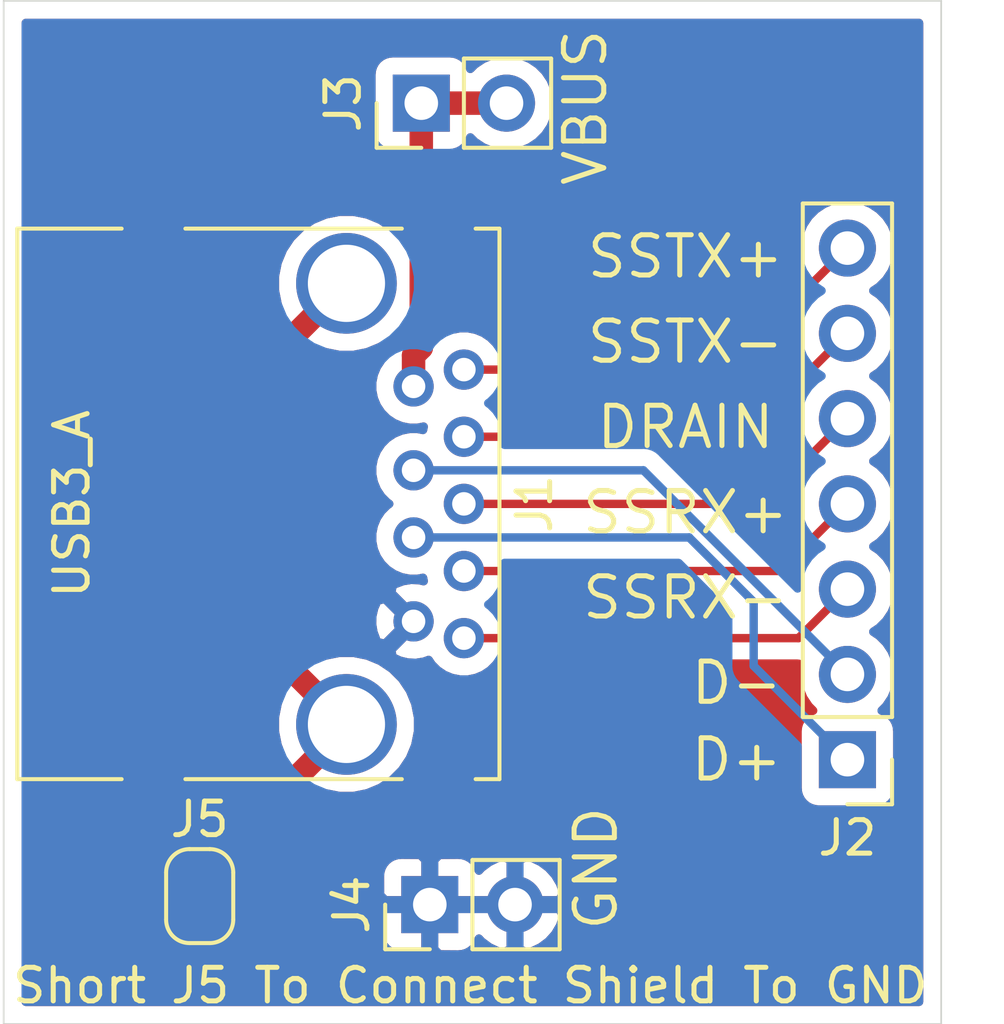
<source format=kicad_pcb>
(kicad_pcb (version 20171130) (host pcbnew 5.1.6+dfsg1-1)

  (general
    (thickness 1.6)
    (drawings 13)
    (tracks 27)
    (zones 0)
    (modules 5)
    (nets 11)
  )

  (page A4)
  (layers
    (0 F.Cu signal)
    (31 B.Cu signal)
    (32 B.Adhes user)
    (33 F.Adhes user)
    (34 B.Paste user)
    (35 F.Paste user)
    (36 B.SilkS user)
    (37 F.SilkS user)
    (38 B.Mask user)
    (39 F.Mask user)
    (40 Dwgs.User user)
    (41 Cmts.User user)
    (42 Eco1.User user)
    (43 Eco2.User user)
    (44 Edge.Cuts user)
    (45 Margin user)
    (46 B.CrtYd user)
    (47 F.CrtYd user)
    (48 B.Fab user)
    (49 F.Fab user)
  )

  (setup
    (last_trace_width 0.25)
    (trace_clearance 0.2)
    (zone_clearance 0.508)
    (zone_45_only no)
    (trace_min 0.2)
    (via_size 0.8)
    (via_drill 0.4)
    (via_min_size 0.4)
    (via_min_drill 0.3)
    (uvia_size 0.3)
    (uvia_drill 0.1)
    (uvias_allowed no)
    (uvia_min_size 0.2)
    (uvia_min_drill 0.1)
    (edge_width 0.05)
    (segment_width 0.2)
    (pcb_text_width 0.3)
    (pcb_text_size 1.5 1.5)
    (mod_edge_width 0.12)
    (mod_text_size 1 1)
    (mod_text_width 0.15)
    (pad_size 1.524 1.524)
    (pad_drill 0.762)
    (pad_to_mask_clearance 0.05)
    (aux_axis_origin 0 0)
    (visible_elements FFFFFF7F)
    (pcbplotparams
      (layerselection 0x010fc_ffffffff)
      (usegerberextensions false)
      (usegerberattributes true)
      (usegerberadvancedattributes true)
      (creategerberjobfile true)
      (excludeedgelayer true)
      (linewidth 0.100000)
      (plotframeref false)
      (viasonmask false)
      (mode 1)
      (useauxorigin false)
      (hpglpennumber 1)
      (hpglpenspeed 20)
      (hpglpendiameter 15.000000)
      (psnegative false)
      (psa4output false)
      (plotreference true)
      (plotvalue true)
      (plotinvisibletext false)
      (padsonsilk false)
      (subtractmaskfromsilk false)
      (outputformat 1)
      (mirror false)
      (drillshape 0)
      (scaleselection 1)
      (outputdirectory "/home/jason/Desktop/USB/"))
  )

  (net 0 "")
  (net 1 /SHIELD)
  (net 2 /SSTX+)
  (net 3 /SSTX-)
  (net 4 /DRAIN)
  (net 5 /SSRX+)
  (net 6 /SSRX-)
  (net 7 /GND)
  (net 8 /D+)
  (net 9 /D-)
  (net 10 /VBUS)

  (net_class Default "This is the default net class."
    (clearance 0.2)
    (trace_width 0.25)
    (via_dia 0.8)
    (via_drill 0.4)
    (uvia_dia 0.3)
    (uvia_drill 0.1)
    (add_net /D+)
    (add_net /D-)
    (add_net /DRAIN)
    (add_net /GND)
    (add_net /SHIELD)
    (add_net /SSRX+)
    (add_net /SSRX-)
    (add_net /SSTX+)
    (add_net /SSTX-)
  )

  (net_class PWR ""
    (clearance 0.2)
    (trace_width 0.7)
    (via_dia 0.8)
    (via_drill 0.4)
    (uvia_dia 0.3)
    (uvia_drill 0.1)
    (add_net /VBUS)
  )

  (module Connector_PinHeader_2.54mm:PinHeader_1x02_P2.54mm_Vertical (layer F.Cu) (tedit 59FED5CC) (tstamp 6152DC9C)
    (at 88.9 75.184 90)
    (descr "Through hole straight pin header, 1x02, 2.54mm pitch, single row")
    (tags "Through hole pin header THT 1x02 2.54mm single row")
    (path /61545C3F)
    (fp_text reference J4 (at 0 -2.33 90) (layer F.SilkS)
      (effects (font (size 1 1) (thickness 0.15)))
    )
    (fp_text value GND (at 0 4.87 90) (layer F.Fab)
      (effects (font (size 1 1) (thickness 0.15)))
    )
    (fp_text user %R (at 0 1.27) (layer F.Fab)
      (effects (font (size 1 1) (thickness 0.15)))
    )
    (fp_line (start -0.635 -1.27) (end 1.27 -1.27) (layer F.Fab) (width 0.1))
    (fp_line (start 1.27 -1.27) (end 1.27 3.81) (layer F.Fab) (width 0.1))
    (fp_line (start 1.27 3.81) (end -1.27 3.81) (layer F.Fab) (width 0.1))
    (fp_line (start -1.27 3.81) (end -1.27 -0.635) (layer F.Fab) (width 0.1))
    (fp_line (start -1.27 -0.635) (end -0.635 -1.27) (layer F.Fab) (width 0.1))
    (fp_line (start -1.33 3.87) (end 1.33 3.87) (layer F.SilkS) (width 0.12))
    (fp_line (start -1.33 1.27) (end -1.33 3.87) (layer F.SilkS) (width 0.12))
    (fp_line (start 1.33 1.27) (end 1.33 3.87) (layer F.SilkS) (width 0.12))
    (fp_line (start -1.33 1.27) (end 1.33 1.27) (layer F.SilkS) (width 0.12))
    (fp_line (start -1.33 0) (end -1.33 -1.33) (layer F.SilkS) (width 0.12))
    (fp_line (start -1.33 -1.33) (end 0 -1.33) (layer F.SilkS) (width 0.12))
    (fp_line (start -1.8 -1.8) (end -1.8 4.35) (layer F.CrtYd) (width 0.05))
    (fp_line (start -1.8 4.35) (end 1.8 4.35) (layer F.CrtYd) (width 0.05))
    (fp_line (start 1.8 4.35) (end 1.8 -1.8) (layer F.CrtYd) (width 0.05))
    (fp_line (start 1.8 -1.8) (end -1.8 -1.8) (layer F.CrtYd) (width 0.05))
    (pad 2 thru_hole oval (at 0 2.54 90) (size 1.7 1.7) (drill 1) (layers *.Cu *.Mask)
      (net 7 /GND))
    (pad 1 thru_hole rect (at 0 0 90) (size 1.7 1.7) (drill 1) (layers *.Cu *.Mask)
      (net 7 /GND))
    (model ${KISYS3DMOD}/Connector_PinHeader_2.54mm.3dshapes/PinHeader_1x02_P2.54mm_Vertical.wrl
      (at (xyz 0 0 0))
      (scale (xyz 1 1 1))
      (rotate (xyz 0 0 0))
    )
  )

  (module Connector_PinHeader_2.54mm:PinHeader_1x02_P2.54mm_Vertical (layer F.Cu) (tedit 59FED5CC) (tstamp 6152DC87)
    (at 88.646 51.308 90)
    (descr "Through hole straight pin header, 1x02, 2.54mm pitch, single row")
    (tags "Through hole pin header THT 1x02 2.54mm single row")
    (path /61544E24)
    (fp_text reference J3 (at 0 -2.33 90) (layer F.SilkS)
      (effects (font (size 1 1) (thickness 0.15)))
    )
    (fp_text value +5V (at 0 4.87 90) (layer F.Fab)
      (effects (font (size 1 1) (thickness 0.15)))
    )
    (fp_text user %R (at 0 1.27) (layer F.Fab)
      (effects (font (size 1 1) (thickness 0.15)))
    )
    (fp_line (start -0.635 -1.27) (end 1.27 -1.27) (layer F.Fab) (width 0.1))
    (fp_line (start 1.27 -1.27) (end 1.27 3.81) (layer F.Fab) (width 0.1))
    (fp_line (start 1.27 3.81) (end -1.27 3.81) (layer F.Fab) (width 0.1))
    (fp_line (start -1.27 3.81) (end -1.27 -0.635) (layer F.Fab) (width 0.1))
    (fp_line (start -1.27 -0.635) (end -0.635 -1.27) (layer F.Fab) (width 0.1))
    (fp_line (start -1.33 3.87) (end 1.33 3.87) (layer F.SilkS) (width 0.12))
    (fp_line (start -1.33 1.27) (end -1.33 3.87) (layer F.SilkS) (width 0.12))
    (fp_line (start 1.33 1.27) (end 1.33 3.87) (layer F.SilkS) (width 0.12))
    (fp_line (start -1.33 1.27) (end 1.33 1.27) (layer F.SilkS) (width 0.12))
    (fp_line (start -1.33 0) (end -1.33 -1.33) (layer F.SilkS) (width 0.12))
    (fp_line (start -1.33 -1.33) (end 0 -1.33) (layer F.SilkS) (width 0.12))
    (fp_line (start -1.8 -1.8) (end -1.8 4.35) (layer F.CrtYd) (width 0.05))
    (fp_line (start -1.8 4.35) (end 1.8 4.35) (layer F.CrtYd) (width 0.05))
    (fp_line (start 1.8 4.35) (end 1.8 -1.8) (layer F.CrtYd) (width 0.05))
    (fp_line (start 1.8 -1.8) (end -1.8 -1.8) (layer F.CrtYd) (width 0.05))
    (pad 2 thru_hole oval (at 0 2.54 90) (size 1.7 1.7) (drill 1) (layers *.Cu *.Mask)
      (net 10 /VBUS))
    (pad 1 thru_hole rect (at 0 0 90) (size 1.7 1.7) (drill 1) (layers *.Cu *.Mask)
      (net 10 /VBUS))
    (model ${KISYS3DMOD}/Connector_PinHeader_2.54mm.3dshapes/PinHeader_1x02_P2.54mm_Vertical.wrl
      (at (xyz 0 0 0))
      (scale (xyz 1 1 1))
      (rotate (xyz 0 0 0))
    )
  )

  (module AmigaFootprints:USB3_A_AdamTech (layer F.Cu) (tedit 615281E6) (tstamp 6152D57B)
    (at 89.916 63.246 270)
    (descr "USB 3.0, type A, right angle")
    (tags "USB 3.0 type A right angle")
    (path /61527C24)
    (fp_text reference J1 (at 0 -2.1 90) (layer F.SilkS)
      (effects (font (size 1 1) (thickness 0.15)))
    )
    (fp_text value USB3_A (at 0 11.684 90) (layer F.SilkS)
      (effects (font (size 1 1) (thickness 0.15)))
    )
    (fp_line (start -8.2 -1) (end 8.2 -1) (layer F.Fab) (width 0.1))
    (fp_line (start 8.2 13.25) (end -8.2 13.25) (layer F.Fab) (width 0.1))
    (fp_line (start -8.2 13.31) (end 8.2 13.31) (layer F.SilkS) (width 0.12))
    (fp_line (start 8.2 13.31) (end 8.2 10.2) (layer F.SilkS) (width 0.12))
    (fp_line (start -8.2 13.31) (end -8.2 10.2) (layer F.SilkS) (width 0.12))
    (fp_line (start -8.2 8.3) (end -8.2 1.85) (layer F.SilkS) (width 0.12))
    (fp_line (start 8.2 8.3) (end 8.2 1.85) (layer F.SilkS) (width 0.12))
    (fp_line (start -8.2 -1.06) (end 8.2 -1.06) (layer F.SilkS) (width 0.12))
    (fp_line (start -8.5 -1.5) (end 8.5 -1.5) (layer F.CrtYd) (width 0.05))
    (fp_line (start 8.5 -1.5) (end 8.5 13.8) (layer F.CrtYd) (width 0.05))
    (fp_line (start 8.5 13.8) (end -8.5 13.8) (layer F.CrtYd) (width 0.05))
    (fp_line (start -8.5 13.8) (end -8.5 -1.5) (layer F.CrtYd) (width 0.05))
    (fp_line (start 8.2 -1) (end 8.2 13.25) (layer F.Fab) (width 0.1))
    (fp_line (start -8.2 13.25) (end -8.2 -1) (layer F.Fab) (width 0.1))
    (fp_line (start 8.2 -1.06) (end 8.2 -0.35) (layer F.SilkS) (width 0.12))
    (fp_line (start -8.2 -1.06) (end -8.2 -0.35) (layer F.SilkS) (width 0.12))
    (fp_text user %R (at 0 6.5 90) (layer F.Fab)
      (effects (font (size 1 1) (thickness 0.15)))
    )
    (pad 10 thru_hole circle (at 6.57 3.5 270) (size 3 3) (drill 2.3) (layers *.Cu *.Mask)
      (net 1 /SHIELD))
    (pad 10 thru_hole circle (at -6.57 3.5 270) (size 3 3) (drill 2.3) (layers *.Cu *.Mask)
      (net 1 /SHIELD))
    (pad 9 thru_hole circle (at -4 0 270) (size 1.2 1.2) (drill 0.7) (layers *.Cu *.Mask)
      (net 2 /SSTX+))
    (pad 8 thru_hole circle (at -2 0 270) (size 1.2 1.2) (drill 0.7) (layers *.Cu *.Mask)
      (net 3 /SSTX-))
    (pad 7 thru_hole circle (at 0 0 270) (size 1.2 1.2) (drill 0.7) (layers *.Cu *.Mask)
      (net 4 /DRAIN))
    (pad 6 thru_hole circle (at 2 0 270) (size 1.2 1.2) (drill 0.7) (layers *.Cu *.Mask)
      (net 5 /SSRX+))
    (pad 5 thru_hole circle (at 4 0 270) (size 1.2 1.2) (drill 0.7) (layers *.Cu *.Mask)
      (net 6 /SSRX-))
    (pad 4 thru_hole circle (at 3.5 1.5 270) (size 1.2 1.2) (drill 0.7) (layers *.Cu *.Mask)
      (net 7 /GND))
    (pad 3 thru_hole circle (at 1 1.5 270) (size 1.2 1.2) (drill 0.7) (layers *.Cu *.Mask)
      (net 8 /D+))
    (pad 2 thru_hole circle (at -1 1.5 270) (size 1.2 1.2) (drill 0.7) (layers *.Cu *.Mask)
      (net 9 /D-))
    (pad 1 thru_hole circle (at -3.5 1.5 270) (size 1.2 1.2) (drill 0.7) (layers *.Cu *.Mask)
      (net 10 /VBUS))
    (model ${KISYS3DMOD}/Connector_USB.3dshapes/USB3_A_Molex_48393-001.wrl
      (at (xyz 0 0 0))
      (scale (xyz 1 1 1))
      (rotate (xyz 0 0 0))
    )
  )

  (module Connector_PinHeader_2.54mm:PinHeader_1x07_P2.54mm_Vertical (layer F.Cu) (tedit 59FED5CC) (tstamp 6152DDDC)
    (at 101.346 70.866 180)
    (descr "Through hole straight pin header, 1x07, 2.54mm pitch, single row")
    (tags "Through hole pin header THT 1x07 2.54mm single row")
    (path /6154139D)
    (fp_text reference J2 (at 0 -2.33) (layer F.SilkS)
      (effects (font (size 1 1) (thickness 0.15)))
    )
    (fp_text value Conn_01x07 (at 0 17.57) (layer F.Fab)
      (effects (font (size 1 1) (thickness 0.15)))
    )
    (fp_line (start -0.635 -1.27) (end 1.27 -1.27) (layer F.Fab) (width 0.1))
    (fp_line (start 1.27 -1.27) (end 1.27 16.51) (layer F.Fab) (width 0.1))
    (fp_line (start 1.27 16.51) (end -1.27 16.51) (layer F.Fab) (width 0.1))
    (fp_line (start -1.27 16.51) (end -1.27 -0.635) (layer F.Fab) (width 0.1))
    (fp_line (start -1.27 -0.635) (end -0.635 -1.27) (layer F.Fab) (width 0.1))
    (fp_line (start -1.33 16.57) (end 1.33 16.57) (layer F.SilkS) (width 0.12))
    (fp_line (start -1.33 1.27) (end -1.33 16.57) (layer F.SilkS) (width 0.12))
    (fp_line (start 1.33 1.27) (end 1.33 16.57) (layer F.SilkS) (width 0.12))
    (fp_line (start -1.33 1.27) (end 1.33 1.27) (layer F.SilkS) (width 0.12))
    (fp_line (start -1.33 0) (end -1.33 -1.33) (layer F.SilkS) (width 0.12))
    (fp_line (start -1.33 -1.33) (end 0 -1.33) (layer F.SilkS) (width 0.12))
    (fp_line (start -1.8 -1.8) (end -1.8 17.05) (layer F.CrtYd) (width 0.05))
    (fp_line (start -1.8 17.05) (end 1.8 17.05) (layer F.CrtYd) (width 0.05))
    (fp_line (start 1.8 17.05) (end 1.8 -1.8) (layer F.CrtYd) (width 0.05))
    (fp_line (start 1.8 -1.8) (end -1.8 -1.8) (layer F.CrtYd) (width 0.05))
    (fp_text user %R (at 0 7.62 90) (layer F.Fab)
      (effects (font (size 1 1) (thickness 0.15)))
    )
    (pad 7 thru_hole oval (at 0 15.24 180) (size 1.7 1.7) (drill 1) (layers *.Cu *.Mask)
      (net 2 /SSTX+))
    (pad 6 thru_hole oval (at 0 12.7 180) (size 1.7 1.7) (drill 1) (layers *.Cu *.Mask)
      (net 3 /SSTX-))
    (pad 5 thru_hole oval (at 0 10.16 180) (size 1.7 1.7) (drill 1) (layers *.Cu *.Mask)
      (net 4 /DRAIN))
    (pad 4 thru_hole oval (at 0 7.62 180) (size 1.7 1.7) (drill 1) (layers *.Cu *.Mask)
      (net 5 /SSRX+))
    (pad 3 thru_hole oval (at 0 5.08 180) (size 1.7 1.7) (drill 1) (layers *.Cu *.Mask)
      (net 6 /SSRX-))
    (pad 2 thru_hole oval (at 0 2.54 180) (size 1.7 1.7) (drill 1) (layers *.Cu *.Mask)
      (net 9 /D-))
    (pad 1 thru_hole rect (at 0 0 180) (size 1.7 1.7) (drill 1) (layers *.Cu *.Mask)
      (net 8 /D+))
    (model ${KISYS3DMOD}/Connector_PinHeader_2.54mm.3dshapes/PinHeader_1x07_P2.54mm_Vertical.wrl
      (at (xyz 0 0 0))
      (scale (xyz 1 1 1))
      (rotate (xyz 0 0 0))
    )
  )

  (module Jumper:SolderJumper-2_P1.3mm_Open_RoundedPad1.0x1.5mm (layer F.Cu) (tedit 5B391E66) (tstamp 6152D6FE)
    (at 82.042 74.93 270)
    (descr "SMD Solder Jumper, 1x1.5mm, rounded Pads, 0.3mm gap, open")
    (tags "solder jumper open")
    (path /61532D6B)
    (attr virtual)
    (fp_text reference J5 (at -2.286 0 180) (layer F.SilkS)
      (effects (font (size 1 1) (thickness 0.15)))
    )
    (fp_text value "Short J5 To Connect Shield To GND" (at 2.667 -8.0645 180) (layer F.SilkS)
      (effects (font (size 1 1) (thickness 0.15)))
    )
    (fp_line (start -1.4 0.3) (end -1.4 -0.3) (layer F.SilkS) (width 0.12))
    (fp_line (start 0.7 1) (end -0.7 1) (layer F.SilkS) (width 0.12))
    (fp_line (start 1.4 -0.3) (end 1.4 0.3) (layer F.SilkS) (width 0.12))
    (fp_line (start -0.7 -1) (end 0.7 -1) (layer F.SilkS) (width 0.12))
    (fp_line (start -1.65 -1.25) (end 1.65 -1.25) (layer F.CrtYd) (width 0.05))
    (fp_line (start -1.65 -1.25) (end -1.65 1.25) (layer F.CrtYd) (width 0.05))
    (fp_line (start 1.65 1.25) (end 1.65 -1.25) (layer F.CrtYd) (width 0.05))
    (fp_line (start 1.65 1.25) (end -1.65 1.25) (layer F.CrtYd) (width 0.05))
    (fp_arc (start -0.7 -0.3) (end -0.7 -1) (angle -90) (layer F.SilkS) (width 0.12))
    (fp_arc (start -0.7 0.3) (end -1.4 0.3) (angle -90) (layer F.SilkS) (width 0.12))
    (fp_arc (start 0.7 0.3) (end 0.7 1) (angle -90) (layer F.SilkS) (width 0.12))
    (fp_arc (start 0.7 -0.3) (end 1.4 -0.3) (angle -90) (layer F.SilkS) (width 0.12))
    (pad 2 smd custom (at 0.65 0 270) (size 1 0.5) (layers F.Cu F.Mask)
      (net 7 /GND) (zone_connect 2)
      (options (clearance outline) (anchor rect))
      (primitives
        (gr_circle (center 0 0.25) (end 0.5 0.25) (width 0))
        (gr_circle (center 0 -0.25) (end 0.5 -0.25) (width 0))
        (gr_poly (pts
           (xy 0 -0.75) (xy -0.5 -0.75) (xy -0.5 0.75) (xy 0 0.75)) (width 0))
      ))
    (pad 1 smd custom (at -0.65 0 270) (size 1 0.5) (layers F.Cu F.Mask)
      (net 1 /SHIELD) (zone_connect 2)
      (options (clearance outline) (anchor rect))
      (primitives
        (gr_circle (center 0 0.25) (end 0.5 0.25) (width 0))
        (gr_circle (center 0 -0.25) (end 0.5 -0.25) (width 0))
        (gr_poly (pts
           (xy 0 -0.75) (xy 0.5 -0.75) (xy 0.5 0.75) (xy 0 0.75)) (width 0))
      ))
  )

  (gr_text GND (at 93.853 74.1045 90) (layer F.SilkS) (tstamp 616B9915)
    (effects (font (size 1.2 1.2) (thickness 0.15)))
  )
  (gr_text VBUS (at 93.5355 51.435 90) (layer F.SilkS) (tstamp 6152E117)
    (effects (font (size 1.2 1.2) (thickness 0.15)))
  )
  (gr_line (start 76.2 48.26) (end 76.2 78.74) (layer Edge.Cuts) (width 0.05))
  (gr_text D- (at 98.044 68.58) (layer F.SilkS) (tstamp 6152DA6A)
    (effects (font (size 1.2 1.2) (thickness 0.15)))
  )
  (gr_text D+ (at 98.044 70.866) (layer F.SilkS) (tstamp 6152DA68)
    (effects (font (size 1.2 1.2) (thickness 0.15)))
  )
  (gr_text SSRX- (at 96.52 66.04) (layer F.SilkS) (tstamp 6152DA66)
    (effects (font (size 1.2 1.2) (thickness 0.15)))
  )
  (gr_text SSRX+ (at 96.52 63.5) (layer F.SilkS) (tstamp 6152DA64)
    (effects (font (size 1.2 1.2) (thickness 0.15)))
  )
  (gr_text DRAIN (at 96.52 60.96) (layer F.SilkS) (tstamp 6152DA62)
    (effects (font (size 1.2 1.2) (thickness 0.15)))
  )
  (gr_text SSTX- (at 96.52 58.42) (layer F.SilkS) (tstamp 6152DA60)
    (effects (font (size 1.2 1.2) (thickness 0.15)))
  )
  (gr_text SSTX+ (at 96.52 55.88) (layer F.SilkS) (tstamp 6152DA5E)
    (effects (font (size 1.2 1.2) (thickness 0.15)))
  )
  (gr_line (start 104.14 48.26) (end 76.2 48.26) (layer Edge.Cuts) (width 0.05) (tstamp 6152D500))
  (gr_line (start 104.14 78.74) (end 104.14 48.26) (layer Edge.Cuts) (width 0.05))
  (gr_line (start 76.2 78.74) (end 104.14 78.74) (layer Edge.Cuts) (width 0.05))

  (segment (start 86.416 69.906) (end 86.416 69.816) (width 0.25) (layer F.Cu) (net 1))
  (segment (start 82.042 74.28) (end 86.416 69.906) (width 0.7) (layer F.Cu) (net 1))
  (segment (start 86.416 56.676) (end 84.2645 58.8275) (width 0.7) (layer F.Cu) (net 1))
  (segment (start 84.2645 67.6645) (end 86.416 69.816) (width 0.7) (layer F.Cu) (net 1))
  (segment (start 84.2645 58.8275) (end 84.2645 67.6645) (width 0.7) (layer F.Cu) (net 1))
  (segment (start 97.726 59.246) (end 101.346 55.626) (width 0.25) (layer F.Cu) (net 2))
  (segment (start 89.916 59.246) (end 97.726 59.246) (width 0.25) (layer F.Cu) (net 2))
  (segment (start 98.266 61.246) (end 101.346 58.166) (width 0.25) (layer F.Cu) (net 3))
  (segment (start 89.916 61.246) (end 98.266 61.246) (width 0.25) (layer F.Cu) (net 3))
  (segment (start 98.806 63.246) (end 101.346 60.706) (width 0.25) (layer F.Cu) (net 4))
  (segment (start 89.916 63.246) (end 98.806 63.246) (width 0.25) (layer F.Cu) (net 4))
  (segment (start 99.346 65.246) (end 101.346 63.246) (width 0.25) (layer F.Cu) (net 5))
  (segment (start 89.916 65.246) (end 99.346 65.246) (width 0.25) (layer F.Cu) (net 5))
  (segment (start 99.886 67.246) (end 101.346 65.786) (width 0.25) (layer F.Cu) (net 6))
  (segment (start 89.916 67.246) (end 99.886 67.246) (width 0.25) (layer F.Cu) (net 6))
  (segment (start 88.504 75.58) (end 88.9 75.184) (width 0.25) (layer F.Cu) (net 7))
  (segment (start 88.416 74.7) (end 88.9 75.184) (width 0.25) (layer F.Cu) (net 7))
  (segment (start 88.416 64.246) (end 96.62959 64.246) (width 0.25) (layer B.Cu) (net 8))
  (segment (start 96.62959 64.246) (end 98.552 66.16841) (width 0.25) (layer B.Cu) (net 8))
  (segment (start 98.552 68.072) (end 101.346 70.866) (width 0.25) (layer B.Cu) (net 8))
  (segment (start 98.552 66.16841) (end 98.552 68.072) (width 0.25) (layer B.Cu) (net 8))
  (segment (start 95.266 62.246) (end 101.346 68.326) (width 0.25) (layer B.Cu) (net 9))
  (segment (start 88.416 62.246) (end 95.266 62.246) (width 0.25) (layer B.Cu) (net 9))
  (segment (start 88.646 58.591998) (end 88.646 51.308) (width 0.7) (layer F.Cu) (net 10))
  (segment (start 88.416 58.821998) (end 88.646 58.591998) (width 0.7) (layer F.Cu) (net 10))
  (segment (start 88.416 59.746) (end 88.416 58.821998) (width 0.7) (layer F.Cu) (net 10))
  (segment (start 88.646 51.308) (end 91.186 51.308) (width 0.7) (layer F.Cu) (net 10))

  (zone (net 7) (net_name /GND) (layer F.Cu) (tstamp 616B996A) (hatch edge 0.508)
    (connect_pads (clearance 0.508))
    (min_thickness 0.254)
    (fill yes (arc_segments 32) (thermal_gap 0.508) (thermal_bridge_width 0.508))
    (polygon
      (pts
        (xy 103.886 78.486) (xy 76.454 78.486) (xy 76.454 48.514) (xy 103.886 48.514)
      )
    )
    (filled_polygon
      (pts
        (xy 103.48 78.08) (xy 76.86 78.08) (xy 76.86 76.034) (xy 87.411928 76.034) (xy 87.424188 76.158482)
        (xy 87.460498 76.27818) (xy 87.519463 76.388494) (xy 87.598815 76.485185) (xy 87.695506 76.564537) (xy 87.80582 76.623502)
        (xy 87.925518 76.659812) (xy 88.05 76.672072) (xy 88.61425 76.669) (xy 88.773 76.51025) (xy 88.773 75.311)
        (xy 89.027 75.311) (xy 89.027 76.51025) (xy 89.18575 76.669) (xy 89.75 76.672072) (xy 89.874482 76.659812)
        (xy 89.99418 76.623502) (xy 90.104494 76.564537) (xy 90.201185 76.485185) (xy 90.280537 76.388494) (xy 90.339502 76.27818)
        (xy 90.363966 76.197534) (xy 90.439731 76.281588) (xy 90.67308 76.455641) (xy 90.935901 76.580825) (xy 91.08311 76.625476)
        (xy 91.313 76.504155) (xy 91.313 75.311) (xy 91.567 75.311) (xy 91.567 76.504155) (xy 91.79689 76.625476)
        (xy 91.944099 76.580825) (xy 92.20692 76.455641) (xy 92.440269 76.281588) (xy 92.635178 76.065355) (xy 92.784157 75.815252)
        (xy 92.881481 75.540891) (xy 92.760814 75.311) (xy 91.567 75.311) (xy 91.313 75.311) (xy 89.027 75.311)
        (xy 88.773 75.311) (xy 87.57375 75.311) (xy 87.415 75.46975) (xy 87.411928 76.034) (xy 76.86 76.034)
        (xy 76.86 74.28) (xy 80.653928 74.28) (xy 80.653928 74.78) (xy 80.666188 74.904482) (xy 80.702498 75.02418)
        (xy 80.761463 75.134494) (xy 80.840815 75.231185) (xy 80.937506 75.310537) (xy 81.04782 75.369502) (xy 81.167518 75.405812)
        (xy 81.292 75.418072) (xy 82.792 75.418072) (xy 82.916482 75.405812) (xy 83.03618 75.369502) (xy 83.146494 75.310537)
        (xy 83.243185 75.231185) (xy 83.322537 75.134494) (xy 83.381502 75.02418) (xy 83.417812 74.904482) (xy 83.430072 74.78)
        (xy 83.430072 74.334) (xy 87.411928 74.334) (xy 87.415 74.89825) (xy 87.57375 75.057) (xy 88.773 75.057)
        (xy 88.773 73.85775) (xy 89.027 73.85775) (xy 89.027 75.057) (xy 91.313 75.057) (xy 91.313 73.863845)
        (xy 91.567 73.863845) (xy 91.567 75.057) (xy 92.760814 75.057) (xy 92.881481 74.827109) (xy 92.784157 74.552748)
        (xy 92.635178 74.302645) (xy 92.440269 74.086412) (xy 92.20692 73.912359) (xy 91.944099 73.787175) (xy 91.79689 73.742524)
        (xy 91.567 73.863845) (xy 91.313 73.863845) (xy 91.08311 73.742524) (xy 90.935901 73.787175) (xy 90.67308 73.912359)
        (xy 90.439731 74.086412) (xy 90.363966 74.170466) (xy 90.339502 74.08982) (xy 90.280537 73.979506) (xy 90.201185 73.882815)
        (xy 90.104494 73.803463) (xy 89.99418 73.744498) (xy 89.874482 73.708188) (xy 89.75 73.695928) (xy 89.18575 73.699)
        (xy 89.027 73.85775) (xy 88.773 73.85775) (xy 88.61425 73.699) (xy 88.05 73.695928) (xy 87.925518 73.708188)
        (xy 87.80582 73.744498) (xy 87.695506 73.803463) (xy 87.598815 73.882815) (xy 87.519463 73.979506) (xy 87.460498 74.08982)
        (xy 87.424188 74.209518) (xy 87.411928 74.334) (xy 83.430072 74.334) (xy 83.430072 74.284928) (xy 85.837286 71.877714)
        (xy 86.205721 71.951) (xy 86.626279 71.951) (xy 87.038756 71.868953) (xy 87.427302 71.708012) (xy 87.776983 71.474363)
        (xy 88.074363 71.176983) (xy 88.308012 70.827302) (xy 88.468953 70.438756) (xy 88.551 70.026279) (xy 88.551 69.605721)
        (xy 88.468953 69.193244) (xy 88.308012 68.804698) (xy 88.074363 68.455017) (xy 87.776983 68.157637) (xy 87.427302 67.923988)
        (xy 87.038756 67.763047) (xy 86.626279 67.681) (xy 86.205721 67.681) (xy 85.793244 67.763047) (xy 85.766942 67.773942)
        (xy 85.2495 67.2565) (xy 85.2495 66.824438) (xy 87.177505 66.824438) (xy 87.216605 67.064549) (xy 87.301798 67.292418)
        (xy 87.342652 67.368852) (xy 87.566236 67.416159) (xy 88.236395 66.746) (xy 87.566236 66.075841) (xy 87.342652 66.123148)
        (xy 87.241763 66.344516) (xy 87.186 66.581313) (xy 87.177505 66.824438) (xy 85.2495 66.824438) (xy 85.2495 59.2355)
        (xy 85.766942 58.718058) (xy 85.793244 58.728953) (xy 86.205721 58.811) (xy 86.626279 58.811) (xy 87.038756 58.728953)
        (xy 87.427302 58.568012) (xy 87.472984 58.537488) (xy 87.445253 58.628905) (xy 87.426235 58.821998) (xy 87.431001 58.870387)
        (xy 87.431001 58.997214) (xy 87.321557 59.161008) (xy 87.22846 59.385764) (xy 87.181 59.624363) (xy 87.181 59.867637)
        (xy 87.22846 60.106236) (xy 87.321557 60.330992) (xy 87.456713 60.533267) (xy 87.628733 60.705287) (xy 87.831008 60.840443)
        (xy 88.055764 60.93354) (xy 88.294363 60.981) (xy 88.537637 60.981) (xy 88.716597 60.945403) (xy 88.697235 61.042746)
        (xy 88.537637 61.011) (xy 88.294363 61.011) (xy 88.055764 61.05846) (xy 87.831008 61.151557) (xy 87.628733 61.286713)
        (xy 87.456713 61.458733) (xy 87.321557 61.661008) (xy 87.22846 61.885764) (xy 87.181 62.124363) (xy 87.181 62.367637)
        (xy 87.22846 62.606236) (xy 87.321557 62.830992) (xy 87.456713 63.033267) (xy 87.628733 63.205287) (xy 87.689664 63.246)
        (xy 87.628733 63.286713) (xy 87.456713 63.458733) (xy 87.321557 63.661008) (xy 87.22846 63.885764) (xy 87.181 64.124363)
        (xy 87.181 64.367637) (xy 87.22846 64.606236) (xy 87.321557 64.830992) (xy 87.456713 65.033267) (xy 87.628733 65.205287)
        (xy 87.831008 65.340443) (xy 88.055764 65.43354) (xy 88.294363 65.481) (xy 88.537637 65.481) (xy 88.697235 65.449254)
        (xy 88.716891 65.548074) (xy 88.580687 65.516) (xy 88.337562 65.507505) (xy 88.097451 65.546605) (xy 87.869582 65.631798)
        (xy 87.793148 65.672652) (xy 87.745841 65.896236) (xy 88.416 66.566395) (xy 88.430143 66.552253) (xy 88.609748 66.731858)
        (xy 88.595605 66.746) (xy 88.609748 66.760143) (xy 88.430143 66.939748) (xy 88.416 66.925605) (xy 87.745841 67.595764)
        (xy 87.793148 67.819348) (xy 88.014516 67.920237) (xy 88.251313 67.976) (xy 88.494438 67.984495) (xy 88.734549 67.945395)
        (xy 88.865329 67.896501) (xy 88.956713 68.033267) (xy 89.128733 68.205287) (xy 89.331008 68.340443) (xy 89.555764 68.43354)
        (xy 89.794363 68.481) (xy 90.037637 68.481) (xy 90.276236 68.43354) (xy 90.500992 68.340443) (xy 90.703267 68.205287)
        (xy 90.875287 68.033267) (xy 90.893506 68.006) (xy 99.848678 68.006) (xy 99.886 68.009676) (xy 99.895005 68.008789)
        (xy 99.861 68.17974) (xy 99.861 68.47226) (xy 99.918068 68.759158) (xy 100.03001 69.029411) (xy 100.192525 69.272632)
        (xy 100.32438 69.404487) (xy 100.25182 69.426498) (xy 100.141506 69.485463) (xy 100.044815 69.564815) (xy 99.965463 69.661506)
        (xy 99.906498 69.77182) (xy 99.870188 69.891518) (xy 99.857928 70.016) (xy 99.857928 71.716) (xy 99.870188 71.840482)
        (xy 99.906498 71.96018) (xy 99.965463 72.070494) (xy 100.044815 72.167185) (xy 100.141506 72.246537) (xy 100.25182 72.305502)
        (xy 100.371518 72.341812) (xy 100.496 72.354072) (xy 102.196 72.354072) (xy 102.320482 72.341812) (xy 102.44018 72.305502)
        (xy 102.550494 72.246537) (xy 102.647185 72.167185) (xy 102.726537 72.070494) (xy 102.785502 71.96018) (xy 102.821812 71.840482)
        (xy 102.834072 71.716) (xy 102.834072 70.016) (xy 102.821812 69.891518) (xy 102.785502 69.77182) (xy 102.726537 69.661506)
        (xy 102.647185 69.564815) (xy 102.550494 69.485463) (xy 102.44018 69.426498) (xy 102.36762 69.404487) (xy 102.499475 69.272632)
        (xy 102.66199 69.029411) (xy 102.773932 68.759158) (xy 102.831 68.47226) (xy 102.831 68.17974) (xy 102.773932 67.892842)
        (xy 102.66199 67.622589) (xy 102.499475 67.379368) (xy 102.292632 67.172525) (xy 102.11824 67.056) (xy 102.292632 66.939475)
        (xy 102.499475 66.732632) (xy 102.66199 66.489411) (xy 102.773932 66.219158) (xy 102.831 65.93226) (xy 102.831 65.63974)
        (xy 102.773932 65.352842) (xy 102.66199 65.082589) (xy 102.499475 64.839368) (xy 102.292632 64.632525) (xy 102.11824 64.516)
        (xy 102.292632 64.399475) (xy 102.499475 64.192632) (xy 102.66199 63.949411) (xy 102.773932 63.679158) (xy 102.831 63.39226)
        (xy 102.831 63.09974) (xy 102.773932 62.812842) (xy 102.66199 62.542589) (xy 102.499475 62.299368) (xy 102.292632 62.092525)
        (xy 102.11824 61.976) (xy 102.292632 61.859475) (xy 102.499475 61.652632) (xy 102.66199 61.409411) (xy 102.773932 61.139158)
        (xy 102.831 60.85226) (xy 102.831 60.55974) (xy 102.773932 60.272842) (xy 102.66199 60.002589) (xy 102.499475 59.759368)
        (xy 102.292632 59.552525) (xy 102.11824 59.436) (xy 102.292632 59.319475) (xy 102.499475 59.112632) (xy 102.66199 58.869411)
        (xy 102.773932 58.599158) (xy 102.831 58.31226) (xy 102.831 58.01974) (xy 102.773932 57.732842) (xy 102.66199 57.462589)
        (xy 102.499475 57.219368) (xy 102.292632 57.012525) (xy 102.11824 56.896) (xy 102.292632 56.779475) (xy 102.499475 56.572632)
        (xy 102.66199 56.329411) (xy 102.773932 56.059158) (xy 102.831 55.77226) (xy 102.831 55.47974) (xy 102.773932 55.192842)
        (xy 102.66199 54.922589) (xy 102.499475 54.679368) (xy 102.292632 54.472525) (xy 102.049411 54.31001) (xy 101.779158 54.198068)
        (xy 101.49226 54.141) (xy 101.19974 54.141) (xy 100.912842 54.198068) (xy 100.642589 54.31001) (xy 100.399368 54.472525)
        (xy 100.192525 54.679368) (xy 100.03001 54.922589) (xy 99.918068 55.192842) (xy 99.861 55.47974) (xy 99.861 55.77226)
        (xy 99.90479 55.992408) (xy 97.411199 58.486) (xy 90.893506 58.486) (xy 90.875287 58.458733) (xy 90.703267 58.286713)
        (xy 90.500992 58.151557) (xy 90.276236 58.05846) (xy 90.037637 58.011) (xy 89.794363 58.011) (xy 89.631 58.043495)
        (xy 89.631 52.780621) (xy 89.74018 52.747502) (xy 89.850494 52.688537) (xy 89.947185 52.609185) (xy 90.026537 52.512494)
        (xy 90.085502 52.40218) (xy 90.107513 52.32962) (xy 90.239368 52.461475) (xy 90.482589 52.62399) (xy 90.752842 52.735932)
        (xy 91.03974 52.793) (xy 91.33226 52.793) (xy 91.619158 52.735932) (xy 91.889411 52.62399) (xy 92.132632 52.461475)
        (xy 92.339475 52.254632) (xy 92.50199 52.011411) (xy 92.613932 51.741158) (xy 92.671 51.45426) (xy 92.671 51.16174)
        (xy 92.613932 50.874842) (xy 92.50199 50.604589) (xy 92.339475 50.361368) (xy 92.132632 50.154525) (xy 91.889411 49.99201)
        (xy 91.619158 49.880068) (xy 91.33226 49.823) (xy 91.03974 49.823) (xy 90.752842 49.880068) (xy 90.482589 49.99201)
        (xy 90.239368 50.154525) (xy 90.107513 50.28638) (xy 90.085502 50.21382) (xy 90.026537 50.103506) (xy 89.947185 50.006815)
        (xy 89.850494 49.927463) (xy 89.74018 49.868498) (xy 89.620482 49.832188) (xy 89.496 49.819928) (xy 87.796 49.819928)
        (xy 87.671518 49.832188) (xy 87.55182 49.868498) (xy 87.441506 49.927463) (xy 87.344815 50.006815) (xy 87.265463 50.103506)
        (xy 87.206498 50.21382) (xy 87.170188 50.333518) (xy 87.157928 50.458) (xy 87.157928 52.158) (xy 87.170188 52.282482)
        (xy 87.206498 52.40218) (xy 87.265463 52.512494) (xy 87.344815 52.609185) (xy 87.441506 52.688537) (xy 87.55182 52.747502)
        (xy 87.661001 52.780622) (xy 87.661001 54.94014) (xy 87.427302 54.783988) (xy 87.038756 54.623047) (xy 86.626279 54.541)
        (xy 86.205721 54.541) (xy 85.793244 54.623047) (xy 85.404698 54.783988) (xy 85.055017 55.017637) (xy 84.757637 55.315017)
        (xy 84.523988 55.664698) (xy 84.363047 56.053244) (xy 84.281 56.465721) (xy 84.281 56.886279) (xy 84.363047 57.298756)
        (xy 84.373942 57.325058) (xy 83.602216 58.096784) (xy 83.56463 58.12763) (xy 83.44154 58.277616) (xy 83.37671 58.398905)
        (xy 83.350076 58.448734) (xy 83.293753 58.634407) (xy 83.274735 58.8275) (xy 83.2795 58.87588) (xy 83.279501 67.61611)
        (xy 83.274735 67.6645) (xy 83.293753 67.857593) (xy 83.350076 68.043266) (xy 83.350077 68.043267) (xy 83.441541 68.214384)
        (xy 83.564631 68.36437) (xy 83.602211 68.395211) (xy 84.373942 69.166942) (xy 84.363047 69.193244) (xy 84.281 69.605721)
        (xy 84.281 70.026279) (xy 84.363047 70.438756) (xy 84.400302 70.528698) (xy 81.786534 73.142466) (xy 81.76755 73.144336)
        (xy 81.742991 73.144336) (xy 81.61851 73.156596) (xy 81.522377 73.175718) (xy 81.402681 73.212027) (xy 81.312125 73.249536)
        (xy 81.201808 73.308502) (xy 81.120309 73.362958) (xy 81.023618 73.44231) (xy 80.95431 73.511618) (xy 80.874958 73.608309)
        (xy 80.820502 73.689808) (xy 80.761536 73.800125) (xy 80.724027 73.890681) (xy 80.687718 74.010377) (xy 80.668596 74.10651)
        (xy 80.656336 74.230991) (xy 80.656336 74.25555) (xy 80.653928 74.28) (xy 76.86 74.28) (xy 76.86 48.92)
        (xy 103.480001 48.92)
      )
    )
  )
  (zone (net 7) (net_name /GND) (layer B.Cu) (tstamp 616B9967) (hatch edge 0.508)
    (connect_pads (clearance 0.508))
    (min_thickness 0.254)
    (fill yes (arc_segments 32) (thermal_gap 0.508) (thermal_bridge_width 0.508))
    (polygon
      (pts
        (xy 103.886 78.486) (xy 76.454 78.486) (xy 76.454 48.514) (xy 103.886 48.514)
      )
    )
    (filled_polygon
      (pts
        (xy 103.48 78.08) (xy 76.86 78.08) (xy 76.86 76.034) (xy 87.411928 76.034) (xy 87.424188 76.158482)
        (xy 87.460498 76.27818) (xy 87.519463 76.388494) (xy 87.598815 76.485185) (xy 87.695506 76.564537) (xy 87.80582 76.623502)
        (xy 87.925518 76.659812) (xy 88.05 76.672072) (xy 88.61425 76.669) (xy 88.773 76.51025) (xy 88.773 75.311)
        (xy 89.027 75.311) (xy 89.027 76.51025) (xy 89.18575 76.669) (xy 89.75 76.672072) (xy 89.874482 76.659812)
        (xy 89.99418 76.623502) (xy 90.104494 76.564537) (xy 90.201185 76.485185) (xy 90.280537 76.388494) (xy 90.339502 76.27818)
        (xy 90.363966 76.197534) (xy 90.439731 76.281588) (xy 90.67308 76.455641) (xy 90.935901 76.580825) (xy 91.08311 76.625476)
        (xy 91.313 76.504155) (xy 91.313 75.311) (xy 91.567 75.311) (xy 91.567 76.504155) (xy 91.79689 76.625476)
        (xy 91.944099 76.580825) (xy 92.20692 76.455641) (xy 92.440269 76.281588) (xy 92.635178 76.065355) (xy 92.784157 75.815252)
        (xy 92.881481 75.540891) (xy 92.760814 75.311) (xy 91.567 75.311) (xy 91.313 75.311) (xy 89.027 75.311)
        (xy 88.773 75.311) (xy 87.57375 75.311) (xy 87.415 75.46975) (xy 87.411928 76.034) (xy 76.86 76.034)
        (xy 76.86 74.334) (xy 87.411928 74.334) (xy 87.415 74.89825) (xy 87.57375 75.057) (xy 88.773 75.057)
        (xy 88.773 73.85775) (xy 89.027 73.85775) (xy 89.027 75.057) (xy 91.313 75.057) (xy 91.313 73.863845)
        (xy 91.567 73.863845) (xy 91.567 75.057) (xy 92.760814 75.057) (xy 92.881481 74.827109) (xy 92.784157 74.552748)
        (xy 92.635178 74.302645) (xy 92.440269 74.086412) (xy 92.20692 73.912359) (xy 91.944099 73.787175) (xy 91.79689 73.742524)
        (xy 91.567 73.863845) (xy 91.313 73.863845) (xy 91.08311 73.742524) (xy 90.935901 73.787175) (xy 90.67308 73.912359)
        (xy 90.439731 74.086412) (xy 90.363966 74.170466) (xy 90.339502 74.08982) (xy 90.280537 73.979506) (xy 90.201185 73.882815)
        (xy 90.104494 73.803463) (xy 89.99418 73.744498) (xy 89.874482 73.708188) (xy 89.75 73.695928) (xy 89.18575 73.699)
        (xy 89.027 73.85775) (xy 88.773 73.85775) (xy 88.61425 73.699) (xy 88.05 73.695928) (xy 87.925518 73.708188)
        (xy 87.80582 73.744498) (xy 87.695506 73.803463) (xy 87.598815 73.882815) (xy 87.519463 73.979506) (xy 87.460498 74.08982)
        (xy 87.424188 74.209518) (xy 87.411928 74.334) (xy 76.86 74.334) (xy 76.86 69.605721) (xy 84.281 69.605721)
        (xy 84.281 70.026279) (xy 84.363047 70.438756) (xy 84.523988 70.827302) (xy 84.757637 71.176983) (xy 85.055017 71.474363)
        (xy 85.404698 71.708012) (xy 85.793244 71.868953) (xy 86.205721 71.951) (xy 86.626279 71.951) (xy 87.038756 71.868953)
        (xy 87.427302 71.708012) (xy 87.776983 71.474363) (xy 88.074363 71.176983) (xy 88.308012 70.827302) (xy 88.468953 70.438756)
        (xy 88.551 70.026279) (xy 88.551 69.605721) (xy 88.468953 69.193244) (xy 88.308012 68.804698) (xy 88.074363 68.455017)
        (xy 87.776983 68.157637) (xy 87.427302 67.923988) (xy 87.038756 67.763047) (xy 86.626279 67.681) (xy 86.205721 67.681)
        (xy 85.793244 67.763047) (xy 85.404698 67.923988) (xy 85.055017 68.157637) (xy 84.757637 68.455017) (xy 84.523988 68.804698)
        (xy 84.363047 69.193244) (xy 84.281 69.605721) (xy 76.86 69.605721) (xy 76.86 66.824438) (xy 87.177505 66.824438)
        (xy 87.216605 67.064549) (xy 87.301798 67.292418) (xy 87.342652 67.368852) (xy 87.566236 67.416159) (xy 88.236395 66.746)
        (xy 87.566236 66.075841) (xy 87.342652 66.123148) (xy 87.241763 66.344516) (xy 87.186 66.581313) (xy 87.177505 66.824438)
        (xy 76.86 66.824438) (xy 76.86 59.624363) (xy 87.181 59.624363) (xy 87.181 59.867637) (xy 87.22846 60.106236)
        (xy 87.321557 60.330992) (xy 87.456713 60.533267) (xy 87.628733 60.705287) (xy 87.831008 60.840443) (xy 88.055764 60.93354)
        (xy 88.294363 60.981) (xy 88.537637 60.981) (xy 88.716597 60.945403) (xy 88.697235 61.042746) (xy 88.537637 61.011)
        (xy 88.294363 61.011) (xy 88.055764 61.05846) (xy 87.831008 61.151557) (xy 87.628733 61.286713) (xy 87.456713 61.458733)
        (xy 87.321557 61.661008) (xy 87.22846 61.885764) (xy 87.181 62.124363) (xy 87.181 62.367637) (xy 87.22846 62.606236)
        (xy 87.321557 62.830992) (xy 87.456713 63.033267) (xy 87.628733 63.205287) (xy 87.689664 63.246) (xy 87.628733 63.286713)
        (xy 87.456713 63.458733) (xy 87.321557 63.661008) (xy 87.22846 63.885764) (xy 87.181 64.124363) (xy 87.181 64.367637)
        (xy 87.22846 64.606236) (xy 87.321557 64.830992) (xy 87.456713 65.033267) (xy 87.628733 65.205287) (xy 87.831008 65.340443)
        (xy 88.055764 65.43354) (xy 88.294363 65.481) (xy 88.537637 65.481) (xy 88.697235 65.449254) (xy 88.716891 65.548074)
        (xy 88.580687 65.516) (xy 88.337562 65.507505) (xy 88.097451 65.546605) (xy 87.869582 65.631798) (xy 87.793148 65.672652)
        (xy 87.745841 65.896236) (xy 88.416 66.566395) (xy 88.430143 66.552253) (xy 88.609748 66.731858) (xy 88.595605 66.746)
        (xy 88.609748 66.760143) (xy 88.430143 66.939748) (xy 88.416 66.925605) (xy 87.745841 67.595764) (xy 87.793148 67.819348)
        (xy 88.014516 67.920237) (xy 88.251313 67.976) (xy 88.494438 67.984495) (xy 88.734549 67.945395) (xy 88.865329 67.896501)
        (xy 88.956713 68.033267) (xy 89.128733 68.205287) (xy 89.331008 68.340443) (xy 89.555764 68.43354) (xy 89.794363 68.481)
        (xy 90.037637 68.481) (xy 90.276236 68.43354) (xy 90.500992 68.340443) (xy 90.703267 68.205287) (xy 90.875287 68.033267)
        (xy 91.010443 67.830992) (xy 91.10354 67.606236) (xy 91.151 67.367637) (xy 91.151 67.124363) (xy 91.10354 66.885764)
        (xy 91.010443 66.661008) (xy 90.875287 66.458733) (xy 90.703267 66.286713) (xy 90.642336 66.246) (xy 90.703267 66.205287)
        (xy 90.875287 66.033267) (xy 91.010443 65.830992) (xy 91.10354 65.606236) (xy 91.151 65.367637) (xy 91.151 65.124363)
        (xy 91.127456 65.006) (xy 96.314789 65.006) (xy 97.792 66.483212) (xy 97.792001 68.034668) (xy 97.788324 68.072)
        (xy 97.802998 68.220985) (xy 97.846454 68.364246) (xy 97.917026 68.496276) (xy 97.988201 68.583002) (xy 98.012 68.612001)
        (xy 98.040998 68.635799) (xy 99.857928 70.45273) (xy 99.857928 71.716) (xy 99.870188 71.840482) (xy 99.906498 71.96018)
        (xy 99.965463 72.070494) (xy 100.044815 72.167185) (xy 100.141506 72.246537) (xy 100.25182 72.305502) (xy 100.371518 72.341812)
        (xy 100.496 72.354072) (xy 102.196 72.354072) (xy 102.320482 72.341812) (xy 102.44018 72.305502) (xy 102.550494 72.246537)
        (xy 102.647185 72.167185) (xy 102.726537 72.070494) (xy 102.785502 71.96018) (xy 102.821812 71.840482) (xy 102.834072 71.716)
        (xy 102.834072 70.016) (xy 102.821812 69.891518) (xy 102.785502 69.77182) (xy 102.726537 69.661506) (xy 102.647185 69.564815)
        (xy 102.550494 69.485463) (xy 102.44018 69.426498) (xy 102.36762 69.404487) (xy 102.499475 69.272632) (xy 102.66199 69.029411)
        (xy 102.773932 68.759158) (xy 102.831 68.47226) (xy 102.831 68.17974) (xy 102.773932 67.892842) (xy 102.66199 67.622589)
        (xy 102.499475 67.379368) (xy 102.292632 67.172525) (xy 102.11824 67.056) (xy 102.292632 66.939475) (xy 102.499475 66.732632)
        (xy 102.66199 66.489411) (xy 102.773932 66.219158) (xy 102.831 65.93226) (xy 102.831 65.63974) (xy 102.773932 65.352842)
        (xy 102.66199 65.082589) (xy 102.499475 64.839368) (xy 102.292632 64.632525) (xy 102.11824 64.516) (xy 102.292632 64.399475)
        (xy 102.499475 64.192632) (xy 102.66199 63.949411) (xy 102.773932 63.679158) (xy 102.831 63.39226) (xy 102.831 63.09974)
        (xy 102.773932 62.812842) (xy 102.66199 62.542589) (xy 102.499475 62.299368) (xy 102.292632 62.092525) (xy 102.11824 61.976)
        (xy 102.292632 61.859475) (xy 102.499475 61.652632) (xy 102.66199 61.409411) (xy 102.773932 61.139158) (xy 102.831 60.85226)
        (xy 102.831 60.55974) (xy 102.773932 60.272842) (xy 102.66199 60.002589) (xy 102.499475 59.759368) (xy 102.292632 59.552525)
        (xy 102.11824 59.436) (xy 102.292632 59.319475) (xy 102.499475 59.112632) (xy 102.66199 58.869411) (xy 102.773932 58.599158)
        (xy 102.831 58.31226) (xy 102.831 58.01974) (xy 102.773932 57.732842) (xy 102.66199 57.462589) (xy 102.499475 57.219368)
        (xy 102.292632 57.012525) (xy 102.11824 56.896) (xy 102.292632 56.779475) (xy 102.499475 56.572632) (xy 102.66199 56.329411)
        (xy 102.773932 56.059158) (xy 102.831 55.77226) (xy 102.831 55.47974) (xy 102.773932 55.192842) (xy 102.66199 54.922589)
        (xy 102.499475 54.679368) (xy 102.292632 54.472525) (xy 102.049411 54.31001) (xy 101.779158 54.198068) (xy 101.49226 54.141)
        (xy 101.19974 54.141) (xy 100.912842 54.198068) (xy 100.642589 54.31001) (xy 100.399368 54.472525) (xy 100.192525 54.679368)
        (xy 100.03001 54.922589) (xy 99.918068 55.192842) (xy 99.861 55.47974) (xy 99.861 55.77226) (xy 99.918068 56.059158)
        (xy 100.03001 56.329411) (xy 100.192525 56.572632) (xy 100.399368 56.779475) (xy 100.57376 56.896) (xy 100.399368 57.012525)
        (xy 100.192525 57.219368) (xy 100.03001 57.462589) (xy 99.918068 57.732842) (xy 99.861 58.01974) (xy 99.861 58.31226)
        (xy 99.918068 58.599158) (xy 100.03001 58.869411) (xy 100.192525 59.112632) (xy 100.399368 59.319475) (xy 100.57376 59.436)
        (xy 100.399368 59.552525) (xy 100.192525 59.759368) (xy 100.03001 60.002589) (xy 99.918068 60.272842) (xy 99.861 60.55974)
        (xy 99.861 60.85226) (xy 99.918068 61.139158) (xy 100.03001 61.409411) (xy 100.192525 61.652632) (xy 100.399368 61.859475)
        (xy 100.57376 61.976) (xy 100.399368 62.092525) (xy 100.192525 62.299368) (xy 100.03001 62.542589) (xy 99.918068 62.812842)
        (xy 99.861 63.09974) (xy 99.861 63.39226) (xy 99.918068 63.679158) (xy 100.03001 63.949411) (xy 100.192525 64.192632)
        (xy 100.399368 64.399475) (xy 100.57376 64.516) (xy 100.399368 64.632525) (xy 100.192525 64.839368) (xy 100.03001 65.082589)
        (xy 99.918068 65.352842) (xy 99.861 65.63974) (xy 99.861 65.766198) (xy 95.829804 61.735003) (xy 95.806001 61.705999)
        (xy 95.690276 61.611026) (xy 95.558247 61.540454) (xy 95.414986 61.496997) (xy 95.303333 61.486) (xy 95.303322 61.486)
        (xy 95.266 61.482324) (xy 95.228678 61.486) (xy 91.127456 61.486) (xy 91.151 61.367637) (xy 91.151 61.124363)
        (xy 91.10354 60.885764) (xy 91.010443 60.661008) (xy 90.875287 60.458733) (xy 90.703267 60.286713) (xy 90.642336 60.246)
        (xy 90.703267 60.205287) (xy 90.875287 60.033267) (xy 91.010443 59.830992) (xy 91.10354 59.606236) (xy 91.151 59.367637)
        (xy 91.151 59.124363) (xy 91.10354 58.885764) (xy 91.010443 58.661008) (xy 90.875287 58.458733) (xy 90.703267 58.286713)
        (xy 90.500992 58.151557) (xy 90.276236 58.05846) (xy 90.037637 58.011) (xy 89.794363 58.011) (xy 89.555764 58.05846)
        (xy 89.331008 58.151557) (xy 89.128733 58.286713) (xy 88.956713 58.458733) (xy 88.8654 58.595393) (xy 88.776236 58.55846)
        (xy 88.537637 58.511) (xy 88.294363 58.511) (xy 88.055764 58.55846) (xy 87.831008 58.651557) (xy 87.628733 58.786713)
        (xy 87.456713 58.958733) (xy 87.321557 59.161008) (xy 87.22846 59.385764) (xy 87.181 59.624363) (xy 76.86 59.624363)
        (xy 76.86 56.465721) (xy 84.281 56.465721) (xy 84.281 56.886279) (xy 84.363047 57.298756) (xy 84.523988 57.687302)
        (xy 84.757637 58.036983) (xy 85.055017 58.334363) (xy 85.404698 58.568012) (xy 85.793244 58.728953) (xy 86.205721 58.811)
        (xy 86.626279 58.811) (xy 87.038756 58.728953) (xy 87.427302 58.568012) (xy 87.776983 58.334363) (xy 88.074363 58.036983)
        (xy 88.308012 57.687302) (xy 88.468953 57.298756) (xy 88.551 56.886279) (xy 88.551 56.465721) (xy 88.468953 56.053244)
        (xy 88.308012 55.664698) (xy 88.074363 55.315017) (xy 87.776983 55.017637) (xy 87.427302 54.783988) (xy 87.038756 54.623047)
        (xy 86.626279 54.541) (xy 86.205721 54.541) (xy 85.793244 54.623047) (xy 85.404698 54.783988) (xy 85.055017 55.017637)
        (xy 84.757637 55.315017) (xy 84.523988 55.664698) (xy 84.363047 56.053244) (xy 84.281 56.465721) (xy 76.86 56.465721)
        (xy 76.86 50.458) (xy 87.157928 50.458) (xy 87.157928 52.158) (xy 87.170188 52.282482) (xy 87.206498 52.40218)
        (xy 87.265463 52.512494) (xy 87.344815 52.609185) (xy 87.441506 52.688537) (xy 87.55182 52.747502) (xy 87.671518 52.783812)
        (xy 87.796 52.796072) (xy 89.496 52.796072) (xy 89.620482 52.783812) (xy 89.74018 52.747502) (xy 89.850494 52.688537)
        (xy 89.947185 52.609185) (xy 90.026537 52.512494) (xy 90.085502 52.40218) (xy 90.107513 52.32962) (xy 90.239368 52.461475)
        (xy 90.482589 52.62399) (xy 90.752842 52.735932) (xy 91.03974 52.793) (xy 91.33226 52.793) (xy 91.619158 52.735932)
        (xy 91.889411 52.62399) (xy 92.132632 52.461475) (xy 92.339475 52.254632) (xy 92.50199 52.011411) (xy 92.613932 51.741158)
        (xy 92.671 51.45426) (xy 92.671 51.16174) (xy 92.613932 50.874842) (xy 92.50199 50.604589) (xy 92.339475 50.361368)
        (xy 92.132632 50.154525) (xy 91.889411 49.99201) (xy 91.619158 49.880068) (xy 91.33226 49.823) (xy 91.03974 49.823)
        (xy 90.752842 49.880068) (xy 90.482589 49.99201) (xy 90.239368 50.154525) (xy 90.107513 50.28638) (xy 90.085502 50.21382)
        (xy 90.026537 50.103506) (xy 89.947185 50.006815) (xy 89.850494 49.927463) (xy 89.74018 49.868498) (xy 89.620482 49.832188)
        (xy 89.496 49.819928) (xy 87.796 49.819928) (xy 87.671518 49.832188) (xy 87.55182 49.868498) (xy 87.441506 49.927463)
        (xy 87.344815 50.006815) (xy 87.265463 50.103506) (xy 87.206498 50.21382) (xy 87.170188 50.333518) (xy 87.157928 50.458)
        (xy 76.86 50.458) (xy 76.86 48.92) (xy 103.480001 48.92)
      )
    )
  )
)

</source>
